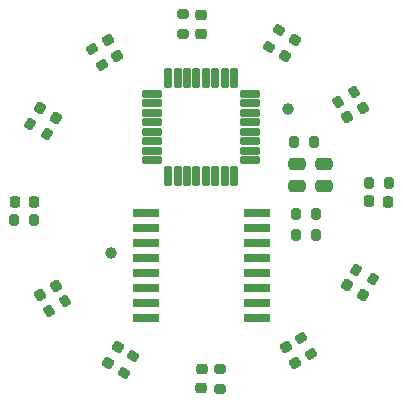
<source format=gbr>
%TF.GenerationSoftware,KiCad,Pcbnew,7.0.11*%
%TF.CreationDate,2024-11-14T13:48:53-05:00*%
%TF.ProjectId,IO_watch,494f5f77-6174-4636-982e-6b696361645f,rev?*%
%TF.SameCoordinates,Original*%
%TF.FileFunction,Soldermask,Top*%
%TF.FilePolarity,Negative*%
%FSLAX46Y46*%
G04 Gerber Fmt 4.6, Leading zero omitted, Abs format (unit mm)*
G04 Created by KiCad (PCBNEW 7.0.11) date 2024-11-14 13:48:53*
%MOMM*%
%LPD*%
G01*
G04 APERTURE LIST*
G04 Aperture macros list*
%AMRoundRect*
0 Rectangle with rounded corners*
0 $1 Rounding radius*
0 $2 $3 $4 $5 $6 $7 $8 $9 X,Y pos of 4 corners*
0 Add a 4 corners polygon primitive as box body*
4,1,4,$2,$3,$4,$5,$6,$7,$8,$9,$2,$3,0*
0 Add four circle primitives for the rounded corners*
1,1,$1+$1,$2,$3*
1,1,$1+$1,$4,$5*
1,1,$1+$1,$6,$7*
1,1,$1+$1,$8,$9*
0 Add four rect primitives between the rounded corners*
20,1,$1+$1,$2,$3,$4,$5,0*
20,1,$1+$1,$4,$5,$6,$7,0*
20,1,$1+$1,$6,$7,$8,$9,0*
20,1,$1+$1,$8,$9,$2,$3,0*%
G04 Aperture macros list end*
%ADD10RoundRect,0.218750X0.317568X0.112544X-0.061318X0.331294X-0.317568X-0.112544X0.061318X-0.331294X0*%
%ADD11RoundRect,0.200000X0.338157X-0.035705X0.138157X0.310705X-0.338157X0.035705X-0.138157X-0.310705X0*%
%ADD12RoundRect,0.218750X-0.331294X0.061318X-0.112544X-0.317568X0.331294X-0.061318X0.112544X0.317568X0*%
%ADD13RoundRect,0.200000X-0.200000X-0.275000X0.200000X-0.275000X0.200000X0.275000X-0.200000X0.275000X0*%
%ADD14RoundRect,0.218750X0.331294X-0.061318X0.112544X0.317568X-0.331294X0.061318X-0.112544X-0.317568X0*%
%ADD15RoundRect,0.200000X-0.275000X0.200000X-0.275000X-0.200000X0.275000X-0.200000X0.275000X0.200000X0*%
%ADD16C,1.000000*%
%ADD17RoundRect,0.200000X-0.035705X-0.338157X0.310705X-0.138157X0.035705X0.338157X-0.310705X0.138157X0*%
%ADD18RoundRect,0.218750X-0.256250X0.218750X-0.256250X-0.218750X0.256250X-0.218750X0.256250X0.218750X0*%
%ADD19RoundRect,0.200000X0.035705X0.338157X-0.310705X0.138157X-0.035705X-0.338157X0.310705X-0.138157X0*%
%ADD20RoundRect,0.200000X-0.138157X0.310705X-0.338157X-0.035705X0.138157X-0.310705X0.338157X0.035705X0*%
%ADD21RoundRect,0.218750X-0.317568X-0.112544X0.061318X-0.331294X0.317568X0.112544X-0.061318X0.331294X0*%
%ADD22RoundRect,0.218750X0.112544X-0.317568X0.331294X0.061318X-0.112544X0.317568X-0.331294X-0.061318X0*%
%ADD23RoundRect,0.200000X0.200000X0.275000X-0.200000X0.275000X-0.200000X-0.275000X0.200000X-0.275000X0*%
%ADD24RoundRect,0.250000X-0.475000X0.250000X-0.475000X-0.250000X0.475000X-0.250000X0.475000X0.250000X0*%
%ADD25RoundRect,0.102000X-0.990600X-0.266700X0.990600X-0.266700X0.990600X0.266700X-0.990600X0.266700X0*%
%ADD26RoundRect,0.200000X0.138157X-0.310705X0.338157X0.035705X-0.138157X0.310705X-0.338157X-0.035705X0*%
%ADD27RoundRect,0.200000X0.275000X-0.200000X0.275000X0.200000X-0.275000X0.200000X-0.275000X-0.200000X0*%
%ADD28RoundRect,0.200000X-0.310705X-0.138157X0.035705X-0.338157X0.310705X0.138157X-0.035705X0.338157X0*%
%ADD29RoundRect,0.200000X0.310705X0.138157X-0.035705X0.338157X-0.310705X-0.138157X0.035705X-0.338157X0*%
%ADD30RoundRect,0.218750X-0.112544X0.317568X-0.331294X-0.061318X0.112544X-0.317568X0.331294X0.061318X0*%
%ADD31RoundRect,0.200000X-0.338157X0.035705X-0.138157X-0.310705X0.338157X-0.035705X0.138157X0.310705X0*%
%ADD32RoundRect,0.075500X-0.226500X0.761500X-0.226500X-0.761500X0.226500X-0.761500X0.226500X0.761500X0*%
%ADD33RoundRect,0.075500X-0.761500X0.226500X-0.761500X-0.226500X0.761500X-0.226500X0.761500X0.226500X0*%
%ADD34RoundRect,0.218750X0.218750X0.256250X-0.218750X0.256250X-0.218750X-0.256250X0.218750X-0.256250X0*%
%ADD35RoundRect,0.218750X-0.061318X-0.331294X0.317568X-0.112544X0.061318X0.331294X-0.317568X0.112544X0*%
%ADD36RoundRect,0.218750X0.256250X-0.218750X0.256250X0.218750X-0.256250X0.218750X-0.256250X-0.218750X0*%
%ADD37RoundRect,0.218750X-0.218750X-0.256250X0.218750X-0.256250X0.218750X0.256250X-0.218750X0.256250X0*%
%ADD38RoundRect,0.218750X0.061318X0.331294X-0.317568X0.112544X-0.061318X-0.331294X0.317568X-0.112544X0*%
G04 APERTURE END LIST*
D10*
%TO.C,4*%
X146539776Y-89893750D03*
X145188486Y-89084253D03*
%TD*%
D11*
%TO.C,R5*%
X142131719Y-94947473D03*
X141306719Y-93518531D03*
%TD*%
D12*
%TO.C,D11*%
X124973650Y-68327624D03*
X125739153Y-69704314D03*
%TD*%
D13*
%TO.C,R9*%
X117022400Y-83549400D03*
X118672400Y-83549400D03*
%TD*%
D14*
%TO.C,5*%
X140761150Y-95672376D03*
X139995647Y-94295686D03*
%TD*%
D15*
%TO.C,R12*%
X131318000Y-66155000D03*
X131318000Y-67805000D03*
%TD*%
D16*
%TO.C,TP6*%
X125222000Y-86360000D03*
%TD*%
D17*
%TO.C,R8*%
X119919927Y-91264319D03*
X121348869Y-90439319D03*
%TD*%
D18*
%TO.C,12*%
X132867400Y-66212500D03*
X132842000Y-67787500D03*
%TD*%
D19*
%TO.C,R2*%
X145814873Y-72735681D03*
X144385931Y-73560681D03*
%TD*%
D20*
%TO.C,R1*%
X139448081Y-67503127D03*
X138623081Y-68932069D03*
%TD*%
D21*
%TO.C,D10*%
X119195024Y-74106250D03*
X120546314Y-74915747D03*
%TD*%
D22*
%TO.C,D7*%
X124973650Y-95672376D03*
X125783147Y-94321086D03*
%TD*%
D23*
%TO.C,R13*%
X142366000Y-76962000D03*
X140716000Y-76962000D03*
%TD*%
D24*
%TO.C,C2*%
X143256000Y-78806000D03*
X143256000Y-80706000D03*
%TD*%
D23*
%TO.C,R14*%
X142557000Y-84836000D03*
X140907000Y-84836000D03*
%TD*%
D25*
%TO.C,U2*%
X128143000Y-82931000D03*
X128143000Y-84201000D03*
X128143000Y-85471000D03*
X128143000Y-86741000D03*
X128143000Y-88011000D03*
X128143000Y-89281000D03*
X128143000Y-90551000D03*
X128143000Y-91821000D03*
X137541000Y-91821000D03*
X137541000Y-90551000D03*
X137541000Y-89281000D03*
X137541000Y-88011000D03*
X137541000Y-86741000D03*
X137541000Y-85471000D03*
X137541000Y-84201000D03*
X137541000Y-82931000D03*
%TD*%
D26*
%TO.C,R7*%
X126286719Y-96496873D03*
X127111719Y-95067931D03*
%TD*%
D27*
%TO.C,R6*%
X134416800Y-97845000D03*
X134416800Y-96195000D03*
%TD*%
D13*
%TO.C,R15*%
X140907000Y-83058000D03*
X142557000Y-83058000D03*
%TD*%
D28*
%TO.C,R10*%
X118370527Y-75419319D03*
X119799469Y-76244319D03*
%TD*%
D23*
%TO.C,R3*%
X148712400Y-80450600D03*
X147062400Y-80450600D03*
%TD*%
D29*
%TO.C,R4*%
X145935331Y-87755681D03*
X147364273Y-88580681D03*
%TD*%
D30*
%TO.C,1*%
X140761150Y-68327624D03*
X139951653Y-69678914D03*
%TD*%
D31*
%TO.C,R11*%
X123603081Y-69052527D03*
X124428081Y-70481469D03*
%TD*%
D24*
%TO.C,C1*%
X140970000Y-78806000D03*
X140970000Y-80706000D03*
%TD*%
D32*
%TO.C,U1*%
X135642000Y-71522000D03*
X134842000Y-71522000D03*
X134042000Y-71522000D03*
X133242000Y-71522000D03*
X132442000Y-71522000D03*
X131642000Y-71522000D03*
X130842000Y-71522000D03*
X130042000Y-71522000D03*
D33*
X128672000Y-72892000D03*
X128672000Y-73692000D03*
X128672000Y-74492000D03*
X128672000Y-75292000D03*
X128672000Y-76092000D03*
X128672000Y-76892000D03*
X128672000Y-77692000D03*
X128672000Y-78492000D03*
D32*
X130042000Y-79862000D03*
X130842000Y-79862000D03*
X131642000Y-79862000D03*
X132442000Y-79862000D03*
X133242000Y-79862000D03*
X134042000Y-79862000D03*
X134842000Y-79862000D03*
X135642000Y-79862000D03*
D33*
X137012000Y-78492000D03*
X137012000Y-77692000D03*
X137012000Y-76892000D03*
X137012000Y-76092000D03*
X137012000Y-75292000D03*
X137012000Y-74492000D03*
X137012000Y-73692000D03*
X137012000Y-72892000D03*
%TD*%
D16*
%TO.C,TP7*%
X140208000Y-74168000D03*
%TD*%
D34*
%TO.C,3*%
X148654900Y-82000000D03*
X147079900Y-81974600D03*
%TD*%
D35*
%TO.C,D8*%
X119195024Y-89893750D03*
X120571714Y-89128247D03*
%TD*%
D36*
%TO.C,D6*%
X132867400Y-97787500D03*
X132892800Y-96212500D03*
%TD*%
D37*
%TO.C,D9*%
X117079900Y-82000000D03*
X118654900Y-82025400D03*
%TD*%
D38*
%TO.C,2*%
X146539776Y-74106250D03*
X145163086Y-74871753D03*
%TD*%
M02*

</source>
